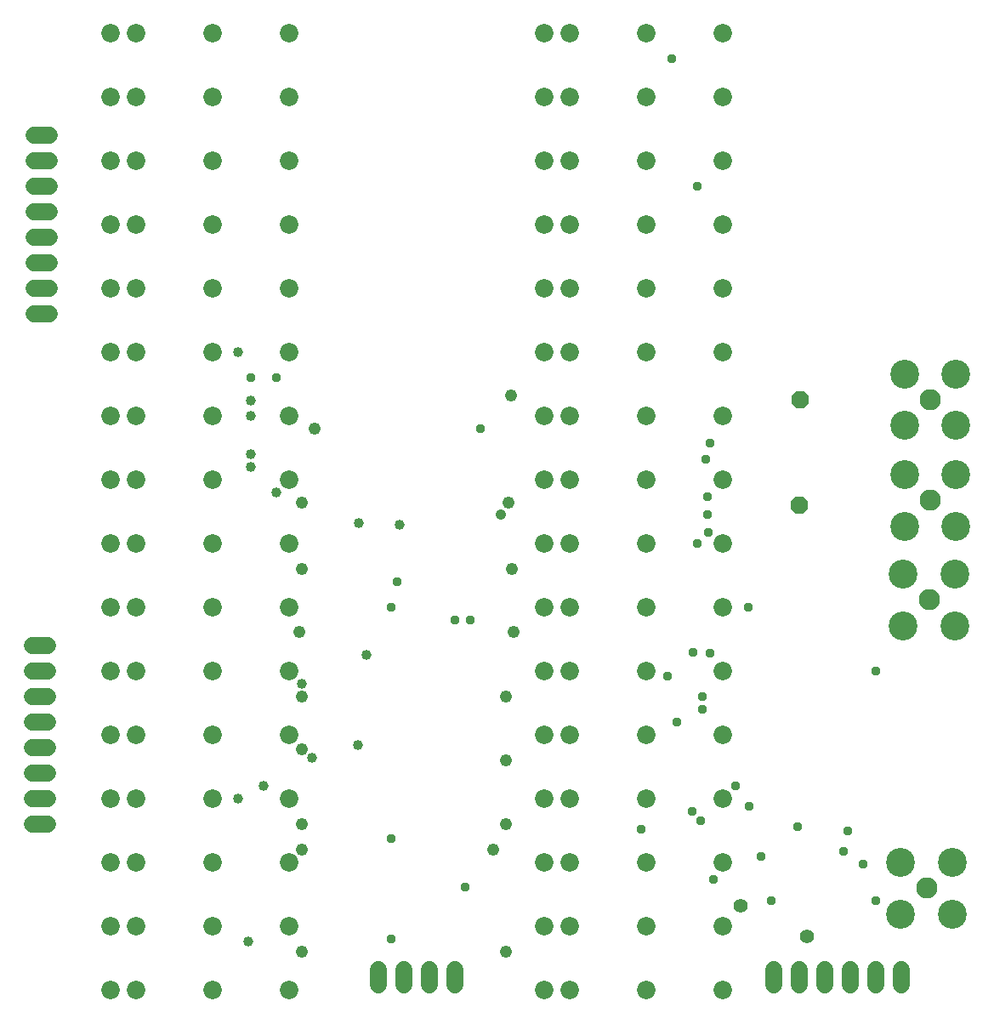
<source format=gbr>
G04 EAGLE Gerber RS-274X export*
G75*
%MOMM*%
%FSLAX34Y34*%
%LPD*%
%INSoldermask Bottom*%
%IPPOS*%
%AMOC8*
5,1,8,0,0,1.08239X$1,22.5*%
G01*
%ADD10C,2.108200*%
%ADD11C,2.870200*%
%ADD12C,1.727200*%
%ADD13P,1.869504X8X22.500000*%
%ADD14C,1.841500*%
%ADD15C,0.959600*%
%ADD16C,1.009600*%
%ADD17C,1.409600*%
%ADD18C,1.059600*%
%ADD19C,1.209600*%


D10*
X927100Y127000D03*
D11*
X901601Y152499D03*
X952599Y152499D03*
X952599Y101501D03*
X901601Y101501D03*
D10*
X929640Y414020D03*
D11*
X904141Y439519D03*
X955139Y439519D03*
X955139Y388521D03*
X904141Y388521D03*
D12*
X850900Y45720D02*
X850900Y30480D01*
X825500Y30480D02*
X825500Y45720D01*
X800100Y45720D02*
X800100Y30480D01*
X774700Y30480D02*
X774700Y45720D01*
X457200Y45720D02*
X457200Y30480D01*
X431800Y30480D02*
X431800Y45720D01*
X406400Y45720D02*
X406400Y30480D01*
X381000Y30480D02*
X381000Y45720D01*
X53340Y876300D02*
X38100Y876300D01*
X38100Y850900D02*
X53340Y850900D01*
X53340Y825500D02*
X38100Y825500D01*
X38100Y800100D02*
X53340Y800100D01*
X53340Y774700D02*
X38100Y774700D01*
X38100Y749300D02*
X53340Y749300D01*
X53340Y723900D02*
X38100Y723900D01*
X38100Y698500D02*
X53340Y698500D01*
X52070Y368300D02*
X36830Y368300D01*
X36830Y342900D02*
X52070Y342900D01*
X52070Y317500D02*
X36830Y317500D01*
X36830Y292100D02*
X52070Y292100D01*
X52070Y266700D02*
X36830Y266700D01*
X36830Y241300D02*
X52070Y241300D01*
X52070Y215900D02*
X36830Y215900D01*
X36830Y190500D02*
X52070Y190500D01*
D13*
X800100Y508000D03*
X801370Y613410D03*
D12*
X876300Y45720D02*
X876300Y30480D01*
X901700Y30480D02*
X901700Y45720D01*
D14*
X723900Y977900D03*
X647700Y977900D03*
X571500Y977900D03*
X546100Y977900D03*
X723900Y406400D03*
X647700Y406400D03*
X571500Y406400D03*
X546100Y406400D03*
X723900Y342900D03*
X647700Y342900D03*
X571500Y342900D03*
X546100Y342900D03*
X723900Y279400D03*
X647700Y279400D03*
X571500Y279400D03*
X546100Y279400D03*
X723900Y215900D03*
X647700Y215900D03*
X571500Y215900D03*
X546100Y215900D03*
X723900Y152400D03*
X647700Y152400D03*
X571500Y152400D03*
X546100Y152400D03*
X723900Y88900D03*
X647700Y88900D03*
X571500Y88900D03*
X546100Y88900D03*
X723900Y25400D03*
X647700Y25400D03*
X571500Y25400D03*
X546100Y25400D03*
X292100Y977900D03*
X215900Y977900D03*
X139700Y977900D03*
X114300Y977900D03*
X292100Y914400D03*
X215900Y914400D03*
X139700Y914400D03*
X114300Y914400D03*
X292100Y850900D03*
X215900Y850900D03*
X139700Y850900D03*
X114300Y850900D03*
X723900Y914400D03*
X647700Y914400D03*
X571500Y914400D03*
X546100Y914400D03*
X292100Y787400D03*
X215900Y787400D03*
X139700Y787400D03*
X114300Y787400D03*
X292100Y723900D03*
X215900Y723900D03*
X139700Y723900D03*
X114300Y723900D03*
X292100Y660400D03*
X215900Y660400D03*
X139700Y660400D03*
X114300Y660400D03*
X292100Y596900D03*
X215900Y596900D03*
X139700Y596900D03*
X114300Y596900D03*
X292100Y533400D03*
X215900Y533400D03*
X139700Y533400D03*
X114300Y533400D03*
X292100Y469900D03*
X215900Y469900D03*
X139700Y469900D03*
X114300Y469900D03*
X292100Y406400D03*
X215900Y406400D03*
X139700Y406400D03*
X114300Y406400D03*
X292100Y342900D03*
X215900Y342900D03*
X139700Y342900D03*
X114300Y342900D03*
X292100Y279400D03*
X215900Y279400D03*
X139700Y279400D03*
X114300Y279400D03*
X292100Y215900D03*
X215900Y215900D03*
X139700Y215900D03*
X114300Y215900D03*
X723900Y850900D03*
X647700Y850900D03*
X571500Y850900D03*
X546100Y850900D03*
X292100Y152400D03*
X215900Y152400D03*
X139700Y152400D03*
X114300Y152400D03*
X292100Y88900D03*
X215900Y88900D03*
X139700Y88900D03*
X114300Y88900D03*
X292100Y25400D03*
X215900Y25400D03*
X139700Y25400D03*
X114300Y25400D03*
X723900Y787400D03*
X647700Y787400D03*
X571500Y787400D03*
X546100Y787400D03*
X723900Y723900D03*
X647700Y723900D03*
X571500Y723900D03*
X546100Y723900D03*
X723900Y660400D03*
X647700Y660400D03*
X571500Y660400D03*
X546100Y660400D03*
X723900Y596900D03*
X647700Y596900D03*
X571500Y596900D03*
X546100Y596900D03*
X723900Y533400D03*
X647700Y533400D03*
X571500Y533400D03*
X546100Y533400D03*
X723900Y469900D03*
X647700Y469900D03*
X571500Y469900D03*
X546100Y469900D03*
D10*
X930910Y613410D03*
D11*
X905411Y638909D03*
X956409Y638909D03*
X956409Y587911D03*
X905411Y587911D03*
D10*
X930910Y513080D03*
D11*
X905411Y538579D03*
X956409Y538579D03*
X956409Y487581D03*
X905411Y487581D03*
D15*
X702310Y194310D03*
X693420Y203200D03*
X703580Y304800D03*
X642620Y185420D03*
X703580Y317500D03*
X678180Y292100D03*
X669290Y337820D03*
X673100Y952500D03*
X711200Y570230D03*
X698500Y825500D03*
X707390Y553720D03*
X708660Y516890D03*
X708660Y499110D03*
X709930Y481330D03*
X698500Y469900D03*
X694690Y361950D03*
X279400Y635000D03*
X254000Y635000D03*
D16*
X241300Y660400D03*
X254000Y612140D03*
X254000Y596900D03*
X254000Y558800D03*
X254000Y546100D03*
X279400Y520700D03*
X361950Y490220D03*
X402590Y488950D03*
X369570Y359410D03*
X304800Y330200D03*
X360680Y269240D03*
X314960Y256540D03*
X241300Y215900D03*
X266700Y228600D03*
X251460Y73660D03*
D15*
X482600Y584200D03*
X393700Y76200D03*
X467360Y128270D03*
X876300Y342900D03*
D17*
X807720Y78740D03*
X741680Y109220D03*
D18*
X502920Y499110D03*
D19*
X513080Y617220D03*
X317500Y584200D03*
X510540Y510540D03*
X304800Y510540D03*
X508000Y63500D03*
X304800Y63500D03*
X495300Y165100D03*
X304800Y165100D03*
X508000Y190500D03*
X304800Y190500D03*
X508000Y254000D03*
X304800Y265430D03*
X508000Y317500D03*
X304800Y317500D03*
X515620Y382270D03*
X302260Y382270D03*
X514350Y444500D03*
X304800Y444500D03*
D15*
X844550Y163830D03*
X798830Y187960D03*
X472440Y393700D03*
X400050Y431800D03*
X848360Y184150D03*
X736600Y228600D03*
X772160Y114300D03*
X750570Y208280D03*
X863600Y151130D03*
X762000Y158750D03*
X457200Y393700D03*
X393700Y406400D03*
X393700Y176530D03*
X711200Y360680D03*
X715010Y135890D03*
X749300Y406400D03*
X876300Y114300D03*
M02*

</source>
